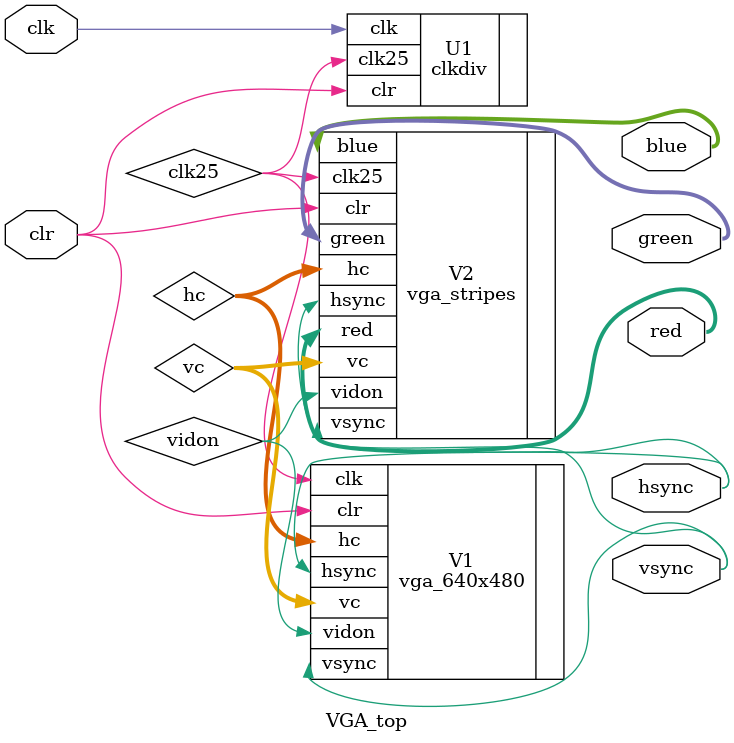
<source format=v>
`timescale 1ns / 1ps
module VGA_top(
	  input clk,  
     input clr,
     output hsync,  
     output vsync,  
     output [2:0] red,  
     output [2:0] green,  
     output [1:0] blue  
    );  
      
    wire clk25,vidon;  
    wire [9:0] hc,vc;  

    clkdiv U1(  
        .clk(clk),  
        .clr(clr),  
        .clk25(clk25)  
    );  
      
    vga_640x480 V1(  
        .clk(clk25),  
        .clr(clr),  
        .hsync(hsync),  
        .vsync(vsync),  
        .hc(hc),  
        .vc(vc),  
        .vidon(vidon)  
    );  
    
    vga_stripes V2(  
        .vidon(vidon),
		  .vsync(vsync),
		  .hsync(hsync),
		  .clk25(clk25),
		  .clr(clr),
        .hc(hc),  
        .vc(vc),  
        .red(red),  
        .green(green),  
        .blue(blue)  
    );  

endmodule

</source>
